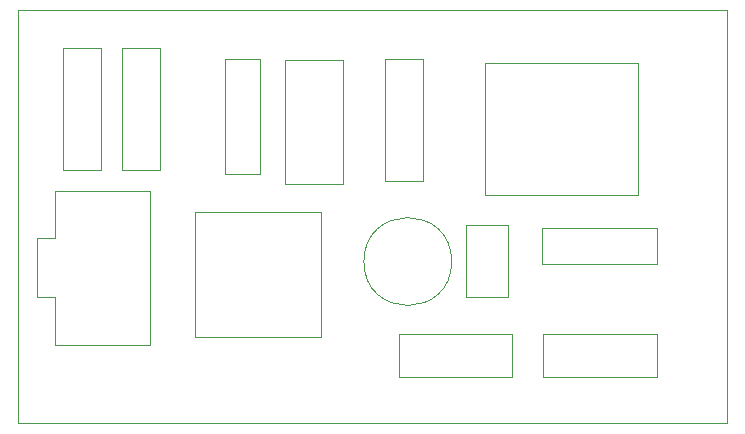
<source format=gbr>
%TF.GenerationSoftware,KiCad,Pcbnew,7.0.8-1.fc38*%
%TF.CreationDate,2023-12-28T13:03:44+02:00*%
%TF.ProjectId,MotorSpeedControl,4d6f746f-7253-4706-9565-64436f6e7472,rev?*%
%TF.SameCoordinates,Original*%
%TF.FileFunction,Other,User*%
%FSLAX46Y46*%
G04 Gerber Fmt 4.6, Leading zero omitted, Abs format (unit mm)*
G04 Created by KiCad (PCBNEW 7.0.8-1.fc38) date 2023-12-28 13:03:44*
%MOMM*%
%LPD*%
G01*
G04 APERTURE LIST*
%ADD10C,0.050000*%
G04 APERTURE END LIST*
D10*
X145000000Y-115000000D02*
X145000000Y-80000000D01*
X205000000Y-115000000D02*
X145000000Y-115000000D01*
X205000000Y-80000000D02*
X205000000Y-115000000D01*
X145000000Y-80000000D02*
X205000000Y-80000000D01*
%TO.C,Q1*%
X167600000Y-94710000D02*
X172510000Y-94710000D01*
X172510000Y-94710000D02*
X172510000Y-84210000D01*
X167600000Y-84210000D02*
X167600000Y-94710000D01*
X172510000Y-84210000D02*
X167600000Y-84210000D01*
%TO.C,J2*%
X186450000Y-104340000D02*
X182900000Y-104340000D01*
X186450000Y-98240000D02*
X186450000Y-104340000D01*
X182900000Y-104340000D02*
X182900000Y-98240000D01*
X182900000Y-98240000D02*
X186450000Y-98240000D01*
%TO.C,R2*%
X162500000Y-93860000D02*
X165500000Y-93860000D01*
X165500000Y-93860000D02*
X165500000Y-84140000D01*
X162500000Y-84140000D02*
X162500000Y-93860000D01*
X165500000Y-84140000D02*
X162500000Y-84140000D01*
%TO.C,D3*%
X179300000Y-84140000D02*
X176100000Y-84140000D01*
X176100000Y-84140000D02*
X176100000Y-94460000D01*
X179300000Y-94460000D02*
X179300000Y-84140000D01*
X176100000Y-94460000D02*
X179300000Y-94460000D01*
%TO.C,D1*%
X157000000Y-83240000D02*
X153800000Y-83240000D01*
X153800000Y-83240000D02*
X153800000Y-93560000D01*
X157000000Y-93560000D02*
X157000000Y-83240000D01*
X153800000Y-93560000D02*
X157000000Y-93560000D01*
%TO.C,C2*%
X177250000Y-107450000D02*
X177250000Y-111050000D01*
X177250000Y-111050000D02*
X186850000Y-111050000D01*
X186850000Y-107450000D02*
X177250000Y-107450000D01*
X186850000Y-111050000D02*
X186850000Y-107450000D01*
%TO.C,C3*%
X181720000Y-101300000D02*
G75*
G03*
X181720000Y-101300000I-3720000J0D01*
G01*
%TO.C,D2*%
X148800000Y-93560000D02*
X152000000Y-93560000D01*
X152000000Y-93560000D02*
X152000000Y-83240000D01*
X148800000Y-83240000D02*
X148800000Y-93560000D01*
X152000000Y-83240000D02*
X148800000Y-83240000D01*
%TO.C,R1*%
X189340000Y-98500000D02*
X189340000Y-101500000D01*
X189340000Y-101500000D02*
X199060000Y-101500000D01*
X199060000Y-98500000D02*
X189340000Y-98500000D01*
X199060000Y-101500000D02*
X199060000Y-98500000D01*
%TO.C,RV1*%
X156200000Y-108370000D02*
X156200000Y-95320000D01*
X156200000Y-95320000D02*
X148100000Y-95320000D01*
X148100000Y-108370000D02*
X156200000Y-108370000D01*
X148100000Y-108370000D02*
X148100000Y-104320000D01*
X148100000Y-104320000D02*
X146600000Y-104320000D01*
X148100000Y-99320000D02*
X148100000Y-95320000D01*
X146600000Y-104320000D02*
X146600000Y-99320000D01*
X146600000Y-99320000D02*
X148100000Y-99320000D01*
%TO.C,C1*%
X199080000Y-111050000D02*
X199080000Y-107450000D01*
X199080000Y-107450000D02*
X189480000Y-107450000D01*
X189480000Y-111050000D02*
X199080000Y-111050000D01*
X189480000Y-107450000D02*
X189480000Y-111050000D01*
%TO.C,U1*%
X170650000Y-97125000D02*
X159950000Y-97125000D01*
X159950000Y-97125000D02*
X159950000Y-107675000D01*
X170650000Y-107675000D02*
X170650000Y-97125000D01*
X159950000Y-107675000D02*
X170650000Y-107675000D01*
%TO.C,J1*%
X197470000Y-84505000D02*
X184530000Y-84505000D01*
X197470000Y-84505000D02*
X197470000Y-95695000D01*
X184530000Y-95695000D02*
X184530000Y-84505000D01*
X184530000Y-95695000D02*
X197470000Y-95695000D01*
%TD*%
M02*

</source>
